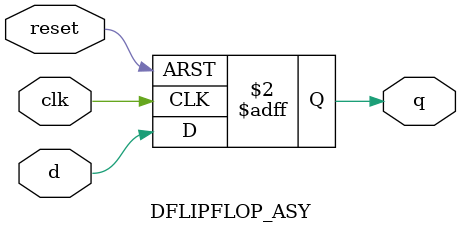
<source format=v>
module DFLIPFLOP_ASY(input clk, input d,input reset,output reg q);

always@(posedge clk or posedge  reset) begin
if(reset)begin
   q<=1'b0;
end else begin
   q<=d;
   end 
end
endmodule

</source>
